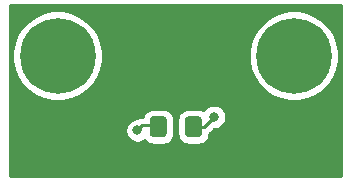
<source format=gbr>
%TF.GenerationSoftware,KiCad,Pcbnew,(5.1.8-0-10_14)*%
%TF.CreationDate,2021-03-11T12:17:28+11:00*%
%TF.ProjectId,Open-JIP(KiCad)_T3.6_OD,4f70656e-2d4a-4495-9028-4b6943616429,rev?*%
%TF.SameCoordinates,Original*%
%TF.FileFunction,Copper,L2,Bot*%
%TF.FilePolarity,Positive*%
%FSLAX46Y46*%
G04 Gerber Fmt 4.6, Leading zero omitted, Abs format (unit mm)*
G04 Created by KiCad (PCBNEW (5.1.8-0-10_14)) date 2021-03-11 12:17:28*
%MOMM*%
%LPD*%
G01*
G04 APERTURE LIST*
%TA.AperFunction,ComponentPad*%
%ADD10C,6.400000*%
%TD*%
%TA.AperFunction,ComponentPad*%
%ADD11C,0.800000*%
%TD*%
%TA.AperFunction,ViaPad*%
%ADD12C,0.800000*%
%TD*%
%TA.AperFunction,Conductor*%
%ADD13C,0.250000*%
%TD*%
%TA.AperFunction,Conductor*%
%ADD14C,0.254000*%
%TD*%
%TA.AperFunction,Conductor*%
%ADD15C,0.100000*%
%TD*%
G04 APERTURE END LIST*
D10*
%TO.P,REF\u002A\u002A,1*%
%TO.N,N/C*%
X65000000Y-119000000D03*
D11*
X67400000Y-119000000D03*
X66697056Y-120697056D03*
X65000000Y-121400000D03*
X63302944Y-120697056D03*
X62600000Y-119000000D03*
X63302944Y-117302944D03*
X65000000Y-116600000D03*
X66697056Y-117302944D03*
%TD*%
%TO.P,REF\u002A\u002A,1*%
%TO.N,N/C*%
X86697056Y-117302944D03*
X85000000Y-116600000D03*
X83302944Y-117302944D03*
X82600000Y-119000000D03*
X83302944Y-120697056D03*
X85000000Y-121400000D03*
X86697056Y-120697056D03*
X87400000Y-119000000D03*
D10*
X85000000Y-119000000D03*
%TD*%
%TO.P,D1,2*%
%TO.N,Net-(D1-Pad2)*%
%TA.AperFunction,SMDPad,CuDef*%
G36*
G01*
X74237500Y-124375000D02*
X74237500Y-125625000D01*
G75*
G02*
X73987500Y-125875000I-250000J0D01*
G01*
X73062500Y-125875000D01*
G75*
G02*
X72812500Y-125625000I0J250000D01*
G01*
X72812500Y-124375000D01*
G75*
G02*
X73062500Y-124125000I250000J0D01*
G01*
X73987500Y-124125000D01*
G75*
G02*
X74237500Y-124375000I0J-250000D01*
G01*
G37*
%TD.AperFunction*%
%TO.P,D1,1*%
%TO.N,Net-(D1-Pad1)*%
%TA.AperFunction,SMDPad,CuDef*%
G36*
G01*
X77212500Y-124375000D02*
X77212500Y-125625000D01*
G75*
G02*
X76962500Y-125875000I-250000J0D01*
G01*
X76037500Y-125875000D01*
G75*
G02*
X75787500Y-125625000I0J250000D01*
G01*
X75787500Y-124375000D01*
G75*
G02*
X76037500Y-124125000I250000J0D01*
G01*
X76962500Y-124125000D01*
G75*
G02*
X77212500Y-124375000I0J-250000D01*
G01*
G37*
%TD.AperFunction*%
%TD*%
D12*
%TO.N,GND1*%
X71800000Y-123400000D03*
X76200000Y-123200000D03*
%TO.N,Net-(D1-Pad2)*%
X71750000Y-125325000D03*
%TO.N,Net-(D1-Pad1)*%
X78225000Y-124175000D03*
%TD*%
D13*
%TO.N,Net-(D1-Pad2)*%
X71750000Y-125325000D02*
X72175000Y-124900000D01*
X73425000Y-124900000D02*
X73525000Y-125000000D01*
X72175000Y-124900000D02*
X73425000Y-124900000D01*
%TO.N,Net-(D1-Pad1)*%
X76500000Y-125000000D02*
X77400000Y-125000000D01*
X77400000Y-125000000D02*
X78225000Y-124175000D01*
%TD*%
D14*
%TO.N,GND1*%
X88990001Y-129190000D02*
X60960000Y-129190000D01*
X60960000Y-125223061D01*
X70715000Y-125223061D01*
X70715000Y-125426939D01*
X70754774Y-125626898D01*
X70832795Y-125815256D01*
X70946063Y-125984774D01*
X71090226Y-126128937D01*
X71259744Y-126242205D01*
X71448102Y-126320226D01*
X71648061Y-126360000D01*
X71851939Y-126360000D01*
X72051898Y-126320226D01*
X72240256Y-126242205D01*
X72360031Y-126162174D01*
X72434538Y-126252962D01*
X72569114Y-126363405D01*
X72722650Y-126445472D01*
X72889246Y-126496008D01*
X73062500Y-126513072D01*
X73987500Y-126513072D01*
X74160754Y-126496008D01*
X74327350Y-126445472D01*
X74480886Y-126363405D01*
X74615462Y-126252962D01*
X74725905Y-126118386D01*
X74807972Y-125964850D01*
X74858508Y-125798254D01*
X74875572Y-125625000D01*
X74875572Y-124375000D01*
X75149428Y-124375000D01*
X75149428Y-125625000D01*
X75166492Y-125798254D01*
X75217028Y-125964850D01*
X75299095Y-126118386D01*
X75409538Y-126252962D01*
X75544114Y-126363405D01*
X75697650Y-126445472D01*
X75864246Y-126496008D01*
X76037500Y-126513072D01*
X76962500Y-126513072D01*
X77135754Y-126496008D01*
X77302350Y-126445472D01*
X77455886Y-126363405D01*
X77590462Y-126252962D01*
X77700905Y-126118386D01*
X77782972Y-125964850D01*
X77833508Y-125798254D01*
X77850572Y-125625000D01*
X77850572Y-125613393D01*
X77940001Y-125540001D01*
X77963803Y-125510998D01*
X78264801Y-125210000D01*
X78326939Y-125210000D01*
X78526898Y-125170226D01*
X78715256Y-125092205D01*
X78884774Y-124978937D01*
X79028937Y-124834774D01*
X79142205Y-124665256D01*
X79220226Y-124476898D01*
X79260000Y-124276939D01*
X79260000Y-124073061D01*
X79220226Y-123873102D01*
X79142205Y-123684744D01*
X79028937Y-123515226D01*
X78884774Y-123371063D01*
X78715256Y-123257795D01*
X78526898Y-123179774D01*
X78326939Y-123140000D01*
X78123061Y-123140000D01*
X77923102Y-123179774D01*
X77734744Y-123257795D01*
X77565226Y-123371063D01*
X77421063Y-123515226D01*
X77370472Y-123590940D01*
X77302350Y-123554528D01*
X77135754Y-123503992D01*
X76962500Y-123486928D01*
X76037500Y-123486928D01*
X75864246Y-123503992D01*
X75697650Y-123554528D01*
X75544114Y-123636595D01*
X75409538Y-123747038D01*
X75299095Y-123881614D01*
X75217028Y-124035150D01*
X75166492Y-124201746D01*
X75149428Y-124375000D01*
X74875572Y-124375000D01*
X74858508Y-124201746D01*
X74807972Y-124035150D01*
X74725905Y-123881614D01*
X74615462Y-123747038D01*
X74480886Y-123636595D01*
X74327350Y-123554528D01*
X74160754Y-123503992D01*
X73987500Y-123486928D01*
X73062500Y-123486928D01*
X72889246Y-123503992D01*
X72722650Y-123554528D01*
X72569114Y-123636595D01*
X72434538Y-123747038D01*
X72324095Y-123881614D01*
X72242028Y-124035150D01*
X72210283Y-124139799D01*
X72175000Y-124136324D01*
X72137675Y-124140000D01*
X72137667Y-124140000D01*
X72026014Y-124150997D01*
X71882753Y-124194454D01*
X71750724Y-124265026D01*
X71720293Y-124290000D01*
X71648061Y-124290000D01*
X71448102Y-124329774D01*
X71259744Y-124407795D01*
X71090226Y-124521063D01*
X70946063Y-124665226D01*
X70832795Y-124834744D01*
X70754774Y-125023102D01*
X70715000Y-125223061D01*
X60960000Y-125223061D01*
X60960000Y-118622285D01*
X61165000Y-118622285D01*
X61165000Y-119377715D01*
X61312377Y-120118628D01*
X61601467Y-120816554D01*
X62021161Y-121444670D01*
X62555330Y-121978839D01*
X63183446Y-122398533D01*
X63881372Y-122687623D01*
X64622285Y-122835000D01*
X65377715Y-122835000D01*
X66118628Y-122687623D01*
X66816554Y-122398533D01*
X67444670Y-121978839D01*
X67978839Y-121444670D01*
X68398533Y-120816554D01*
X68687623Y-120118628D01*
X68835000Y-119377715D01*
X68835000Y-118622285D01*
X81165000Y-118622285D01*
X81165000Y-119377715D01*
X81312377Y-120118628D01*
X81601467Y-120816554D01*
X82021161Y-121444670D01*
X82555330Y-121978839D01*
X83183446Y-122398533D01*
X83881372Y-122687623D01*
X84622285Y-122835000D01*
X85377715Y-122835000D01*
X86118628Y-122687623D01*
X86816554Y-122398533D01*
X87444670Y-121978839D01*
X87978839Y-121444670D01*
X88398533Y-120816554D01*
X88687623Y-120118628D01*
X88835000Y-119377715D01*
X88835000Y-118622285D01*
X88687623Y-117881372D01*
X88398533Y-117183446D01*
X87978839Y-116555330D01*
X87444670Y-116021161D01*
X86816554Y-115601467D01*
X86118628Y-115312377D01*
X85377715Y-115165000D01*
X84622285Y-115165000D01*
X83881372Y-115312377D01*
X83183446Y-115601467D01*
X82555330Y-116021161D01*
X82021161Y-116555330D01*
X81601467Y-117183446D01*
X81312377Y-117881372D01*
X81165000Y-118622285D01*
X68835000Y-118622285D01*
X68687623Y-117881372D01*
X68398533Y-117183446D01*
X67978839Y-116555330D01*
X67444670Y-116021161D01*
X66816554Y-115601467D01*
X66118628Y-115312377D01*
X65377715Y-115165000D01*
X64622285Y-115165000D01*
X63881372Y-115312377D01*
X63183446Y-115601467D01*
X62555330Y-116021161D01*
X62021161Y-116555330D01*
X61601467Y-117183446D01*
X61312377Y-117881372D01*
X61165000Y-118622285D01*
X60960000Y-118622285D01*
X60960000Y-114735000D01*
X88990000Y-114735000D01*
X88990001Y-129190000D01*
%TA.AperFunction,Conductor*%
D15*
G36*
X88990001Y-129190000D02*
G01*
X60960000Y-129190000D01*
X60960000Y-125223061D01*
X70715000Y-125223061D01*
X70715000Y-125426939D01*
X70754774Y-125626898D01*
X70832795Y-125815256D01*
X70946063Y-125984774D01*
X71090226Y-126128937D01*
X71259744Y-126242205D01*
X71448102Y-126320226D01*
X71648061Y-126360000D01*
X71851939Y-126360000D01*
X72051898Y-126320226D01*
X72240256Y-126242205D01*
X72360031Y-126162174D01*
X72434538Y-126252962D01*
X72569114Y-126363405D01*
X72722650Y-126445472D01*
X72889246Y-126496008D01*
X73062500Y-126513072D01*
X73987500Y-126513072D01*
X74160754Y-126496008D01*
X74327350Y-126445472D01*
X74480886Y-126363405D01*
X74615462Y-126252962D01*
X74725905Y-126118386D01*
X74807972Y-125964850D01*
X74858508Y-125798254D01*
X74875572Y-125625000D01*
X74875572Y-124375000D01*
X75149428Y-124375000D01*
X75149428Y-125625000D01*
X75166492Y-125798254D01*
X75217028Y-125964850D01*
X75299095Y-126118386D01*
X75409538Y-126252962D01*
X75544114Y-126363405D01*
X75697650Y-126445472D01*
X75864246Y-126496008D01*
X76037500Y-126513072D01*
X76962500Y-126513072D01*
X77135754Y-126496008D01*
X77302350Y-126445472D01*
X77455886Y-126363405D01*
X77590462Y-126252962D01*
X77700905Y-126118386D01*
X77782972Y-125964850D01*
X77833508Y-125798254D01*
X77850572Y-125625000D01*
X77850572Y-125613393D01*
X77940001Y-125540001D01*
X77963803Y-125510998D01*
X78264801Y-125210000D01*
X78326939Y-125210000D01*
X78526898Y-125170226D01*
X78715256Y-125092205D01*
X78884774Y-124978937D01*
X79028937Y-124834774D01*
X79142205Y-124665256D01*
X79220226Y-124476898D01*
X79260000Y-124276939D01*
X79260000Y-124073061D01*
X79220226Y-123873102D01*
X79142205Y-123684744D01*
X79028937Y-123515226D01*
X78884774Y-123371063D01*
X78715256Y-123257795D01*
X78526898Y-123179774D01*
X78326939Y-123140000D01*
X78123061Y-123140000D01*
X77923102Y-123179774D01*
X77734744Y-123257795D01*
X77565226Y-123371063D01*
X77421063Y-123515226D01*
X77370472Y-123590940D01*
X77302350Y-123554528D01*
X77135754Y-123503992D01*
X76962500Y-123486928D01*
X76037500Y-123486928D01*
X75864246Y-123503992D01*
X75697650Y-123554528D01*
X75544114Y-123636595D01*
X75409538Y-123747038D01*
X75299095Y-123881614D01*
X75217028Y-124035150D01*
X75166492Y-124201746D01*
X75149428Y-124375000D01*
X74875572Y-124375000D01*
X74858508Y-124201746D01*
X74807972Y-124035150D01*
X74725905Y-123881614D01*
X74615462Y-123747038D01*
X74480886Y-123636595D01*
X74327350Y-123554528D01*
X74160754Y-123503992D01*
X73987500Y-123486928D01*
X73062500Y-123486928D01*
X72889246Y-123503992D01*
X72722650Y-123554528D01*
X72569114Y-123636595D01*
X72434538Y-123747038D01*
X72324095Y-123881614D01*
X72242028Y-124035150D01*
X72210283Y-124139799D01*
X72175000Y-124136324D01*
X72137675Y-124140000D01*
X72137667Y-124140000D01*
X72026014Y-124150997D01*
X71882753Y-124194454D01*
X71750724Y-124265026D01*
X71720293Y-124290000D01*
X71648061Y-124290000D01*
X71448102Y-124329774D01*
X71259744Y-124407795D01*
X71090226Y-124521063D01*
X70946063Y-124665226D01*
X70832795Y-124834744D01*
X70754774Y-125023102D01*
X70715000Y-125223061D01*
X60960000Y-125223061D01*
X60960000Y-118622285D01*
X61165000Y-118622285D01*
X61165000Y-119377715D01*
X61312377Y-120118628D01*
X61601467Y-120816554D01*
X62021161Y-121444670D01*
X62555330Y-121978839D01*
X63183446Y-122398533D01*
X63881372Y-122687623D01*
X64622285Y-122835000D01*
X65377715Y-122835000D01*
X66118628Y-122687623D01*
X66816554Y-122398533D01*
X67444670Y-121978839D01*
X67978839Y-121444670D01*
X68398533Y-120816554D01*
X68687623Y-120118628D01*
X68835000Y-119377715D01*
X68835000Y-118622285D01*
X81165000Y-118622285D01*
X81165000Y-119377715D01*
X81312377Y-120118628D01*
X81601467Y-120816554D01*
X82021161Y-121444670D01*
X82555330Y-121978839D01*
X83183446Y-122398533D01*
X83881372Y-122687623D01*
X84622285Y-122835000D01*
X85377715Y-122835000D01*
X86118628Y-122687623D01*
X86816554Y-122398533D01*
X87444670Y-121978839D01*
X87978839Y-121444670D01*
X88398533Y-120816554D01*
X88687623Y-120118628D01*
X88835000Y-119377715D01*
X88835000Y-118622285D01*
X88687623Y-117881372D01*
X88398533Y-117183446D01*
X87978839Y-116555330D01*
X87444670Y-116021161D01*
X86816554Y-115601467D01*
X86118628Y-115312377D01*
X85377715Y-115165000D01*
X84622285Y-115165000D01*
X83881372Y-115312377D01*
X83183446Y-115601467D01*
X82555330Y-116021161D01*
X82021161Y-116555330D01*
X81601467Y-117183446D01*
X81312377Y-117881372D01*
X81165000Y-118622285D01*
X68835000Y-118622285D01*
X68687623Y-117881372D01*
X68398533Y-117183446D01*
X67978839Y-116555330D01*
X67444670Y-116021161D01*
X66816554Y-115601467D01*
X66118628Y-115312377D01*
X65377715Y-115165000D01*
X64622285Y-115165000D01*
X63881372Y-115312377D01*
X63183446Y-115601467D01*
X62555330Y-116021161D01*
X62021161Y-116555330D01*
X61601467Y-117183446D01*
X61312377Y-117881372D01*
X61165000Y-118622285D01*
X60960000Y-118622285D01*
X60960000Y-114735000D01*
X88990000Y-114735000D01*
X88990001Y-129190000D01*
G37*
%TD.AperFunction*%
%TD*%
M02*

</source>
